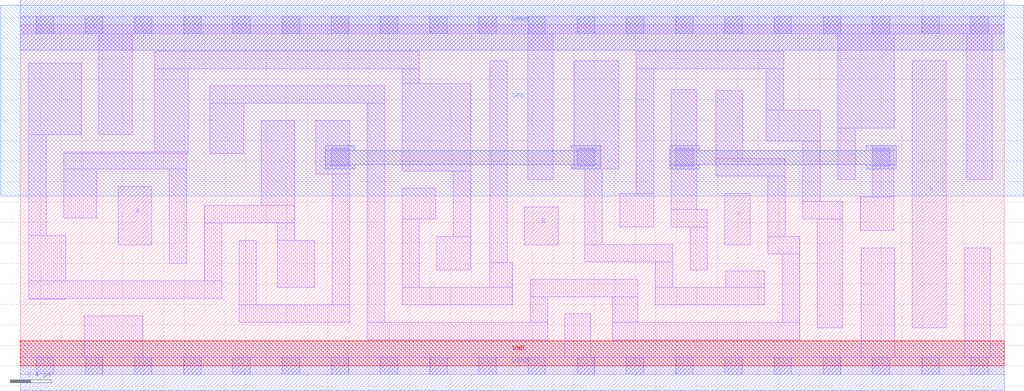
<source format=lef>
# Copyright 2020 The SkyWater PDK Authors
#
# Licensed under the Apache License, Version 2.0 (the "License");
# you may not use this file except in compliance with the License.
# You may obtain a copy of the License at
#
#     https://www.apache.org/licenses/LICENSE-2.0
#
# Unless required by applicable law or agreed to in writing, software
# distributed under the License is distributed on an "AS IS" BASIS,
# WITHOUT WARRANTIES OR CONDITIONS OF ANY KIND, either express or implied.
# See the License for the specific language governing permissions and
# limitations under the License.
#
# SPDX-License-Identifier: Apache-2.0

VERSION 5.7 ;
  NOWIREEXTENSIONATPIN ON ;
  DIVIDERCHAR "/" ;
  BUSBITCHARS "[]" ;
MACRO sky130_fd_sc_ls__xor3_2
  CLASS CORE ;
  FOREIGN sky130_fd_sc_ls__xor3_2 ;
  ORIGIN  0.000000  0.000000 ;
  SIZE  9.600000 BY  3.330000 ;
  SYMMETRY X Y ;
  SITE unit ;
  PIN A
    ANTENNAGATEAREA  0.246000 ;
    DIRECTION INPUT ;
    USE SIGNAL ;
    PORT
      LAYER li1 ;
        RECT 0.955000 1.180000 1.285000 1.750000 ;
    END
  END A
  PIN B
    ANTENNAGATEAREA  0.693000 ;
    DIRECTION INPUT ;
    USE SIGNAL ;
    PORT
      LAYER li1 ;
        RECT 4.920000 1.180000 5.250000 1.550000 ;
    END
  END B
  PIN C
    ANTENNAGATEAREA  0.381000 ;
    DIRECTION INPUT ;
    USE SIGNAL ;
    PORT
      LAYER li1 ;
        RECT 6.875000 1.180000 7.125000 1.685000 ;
    END
  END C
  PIN VNB
    PORT
      LAYER pwell ;
        RECT 0.000000 0.000000 9.600000 0.245000 ;
    END
  END VNB
  PIN VPB
    PORT
      LAYER nwell ;
        RECT -0.190000 1.660000 9.790000 3.520000 ;
    END
  END VPB
  PIN X
    ANTENNADIFFAREA  0.543200 ;
    DIRECTION OUTPUT ;
    USE SIGNAL ;
    PORT
      LAYER li1 ;
        RECT 8.705000 0.370000 9.035000 2.980000 ;
    END
  END X
  PIN VGND
    DIRECTION INOUT ;
    SHAPE ABUTMENT ;
    USE GROUND ;
    PORT
      LAYER met1 ;
        RECT 0.000000 -0.245000 9.600000 0.245000 ;
    END
  END VGND
  PIN VPWR
    DIRECTION INOUT ;
    SHAPE ABUTMENT ;
    USE POWER ;
    PORT
      LAYER met1 ;
        RECT 0.000000 3.085000 9.600000 3.575000 ;
    END
  END VPWR
  OBS
    LAYER li1 ;
      RECT 0.000000 -0.085000 9.600000 0.085000 ;
      RECT 0.000000  3.245000 9.600000 3.415000 ;
      RECT 0.085000  0.650000 0.445000 0.660000 ;
      RECT 0.085000  0.660000 1.965000 0.830000 ;
      RECT 0.085000  0.830000 0.445000 1.275000 ;
      RECT 0.085000  1.275000 0.255000 2.260000 ;
      RECT 0.085000  2.260000 0.595000 2.955000 ;
      RECT 0.425000  1.445000 0.745000 1.920000 ;
      RECT 0.425000  1.920000 1.625000 2.075000 ;
      RECT 0.425000  2.075000 1.640000 2.090000 ;
      RECT 0.625000  0.085000 1.195000 0.490000 ;
      RECT 0.765000  2.260000 1.095000 3.245000 ;
      RECT 1.310000  2.090000 1.640000 2.905000 ;
      RECT 1.310000  2.905000 3.895000 3.075000 ;
      RECT 1.455000  1.000000 1.625000 1.920000 ;
      RECT 1.795000  0.830000 1.965000 1.395000 ;
      RECT 1.795000  1.395000 2.680000 1.565000 ;
      RECT 1.850000  2.075000 2.180000 2.565000 ;
      RECT 1.850000  2.565000 3.555000 2.735000 ;
      RECT 2.135000  0.425000 3.215000 0.595000 ;
      RECT 2.135000  0.595000 2.305000 1.225000 ;
      RECT 2.350000  1.565000 2.680000 2.395000 ;
      RECT 2.510000  0.765000 2.875000 1.225000 ;
      RECT 2.510000  1.225000 2.680000 1.395000 ;
      RECT 2.885000  1.875000 3.215000 2.395000 ;
      RECT 3.045000  0.595000 3.215000 1.875000 ;
      RECT 3.385000  0.255000 5.145000 0.425000 ;
      RECT 3.385000  0.425000 3.555000 2.565000 ;
      RECT 3.725000  0.595000 4.805000 0.765000 ;
      RECT 3.725000  0.765000 3.895000 1.435000 ;
      RECT 3.725000  1.435000 4.055000 1.735000 ;
      RECT 3.725000  1.905000 4.395000 2.755000 ;
      RECT 3.725000  2.755000 3.895000 2.905000 ;
      RECT 4.065000  0.935000 4.395000 1.265000 ;
      RECT 4.225000  1.265000 4.395000 1.905000 ;
      RECT 4.580000  0.765000 4.805000 1.010000 ;
      RECT 4.580000  1.010000 4.750000 2.980000 ;
      RECT 4.950000  1.820000 5.200000 3.245000 ;
      RECT 4.975000  0.425000 5.145000 0.675000 ;
      RECT 4.975000  0.675000 6.025000 0.845000 ;
      RECT 5.315000  0.085000 5.565000 0.505000 ;
      RECT 5.405000  1.920000 5.840000 2.980000 ;
      RECT 5.510000  1.015000 6.365000 1.185000 ;
      RECT 5.510000  1.185000 5.680000 1.920000 ;
      RECT 5.775000  0.255000 7.605000 0.425000 ;
      RECT 5.775000  0.425000 6.025000 0.675000 ;
      RECT 5.850000  1.355000 6.180000 1.685000 ;
      RECT 6.010000  1.685000 6.180000 2.905000 ;
      RECT 6.010000  2.905000 7.450000 3.075000 ;
      RECT 6.195000  0.595000 7.265000 0.765000 ;
      RECT 6.195000  0.765000 6.365000 1.015000 ;
      RECT 6.350000  1.355000 6.705000 1.525000 ;
      RECT 6.350000  1.525000 6.600000 2.700000 ;
      RECT 6.535000  0.935000 6.705000 1.355000 ;
      RECT 6.785000  1.855000 7.465000 2.025000 ;
      RECT 6.785000  2.025000 7.050000 2.690000 ;
      RECT 6.885000  0.765000 7.265000 0.925000 ;
      RECT 7.280000  2.195000 7.805000 2.500000 ;
      RECT 7.280000  2.500000 7.450000 2.905000 ;
      RECT 7.295000  1.095000 7.605000 1.265000 ;
      RECT 7.295000  1.265000 7.465000 1.855000 ;
      RECT 7.435000  0.425000 7.605000 1.095000 ;
      RECT 7.635000  1.435000 8.025000 1.605000 ;
      RECT 7.635000  1.605000 7.805000 2.195000 ;
      RECT 7.775000  0.370000 8.025000 1.435000 ;
      RECT 7.975000  1.820000 8.145000 2.320000 ;
      RECT 7.975000  2.320000 8.530000 3.245000 ;
      RECT 8.195000  1.320000 8.525000 1.650000 ;
      RECT 8.205000  0.085000 8.535000 1.150000 ;
      RECT 8.315000  1.650000 8.525000 2.150000 ;
      RECT 9.215000  0.085000 9.465000 1.150000 ;
      RECT 9.235000  1.820000 9.485000 3.245000 ;
    LAYER mcon ;
      RECT 0.155000 -0.085000 0.325000 0.085000 ;
      RECT 0.155000  3.245000 0.325000 3.415000 ;
      RECT 0.635000 -0.085000 0.805000 0.085000 ;
      RECT 0.635000  3.245000 0.805000 3.415000 ;
      RECT 1.115000 -0.085000 1.285000 0.085000 ;
      RECT 1.115000  3.245000 1.285000 3.415000 ;
      RECT 1.595000 -0.085000 1.765000 0.085000 ;
      RECT 1.595000  3.245000 1.765000 3.415000 ;
      RECT 2.075000 -0.085000 2.245000 0.085000 ;
      RECT 2.075000  3.245000 2.245000 3.415000 ;
      RECT 2.555000 -0.085000 2.725000 0.085000 ;
      RECT 2.555000  3.245000 2.725000 3.415000 ;
      RECT 3.035000 -0.085000 3.205000 0.085000 ;
      RECT 3.035000  1.950000 3.205000 2.120000 ;
      RECT 3.035000  3.245000 3.205000 3.415000 ;
      RECT 3.515000 -0.085000 3.685000 0.085000 ;
      RECT 3.515000  3.245000 3.685000 3.415000 ;
      RECT 3.995000 -0.085000 4.165000 0.085000 ;
      RECT 3.995000  3.245000 4.165000 3.415000 ;
      RECT 4.475000 -0.085000 4.645000 0.085000 ;
      RECT 4.475000  3.245000 4.645000 3.415000 ;
      RECT 4.955000 -0.085000 5.125000 0.085000 ;
      RECT 4.955000  3.245000 5.125000 3.415000 ;
      RECT 5.435000 -0.085000 5.605000 0.085000 ;
      RECT 5.435000  1.950000 5.605000 2.120000 ;
      RECT 5.435000  3.245000 5.605000 3.415000 ;
      RECT 5.915000 -0.085000 6.085000 0.085000 ;
      RECT 5.915000  3.245000 6.085000 3.415000 ;
      RECT 6.395000 -0.085000 6.565000 0.085000 ;
      RECT 6.395000  1.950000 6.565000 2.120000 ;
      RECT 6.395000  3.245000 6.565000 3.415000 ;
      RECT 6.875000 -0.085000 7.045000 0.085000 ;
      RECT 6.875000  3.245000 7.045000 3.415000 ;
      RECT 7.355000 -0.085000 7.525000 0.085000 ;
      RECT 7.355000  3.245000 7.525000 3.415000 ;
      RECT 7.835000 -0.085000 8.005000 0.085000 ;
      RECT 7.835000  3.245000 8.005000 3.415000 ;
      RECT 8.315000 -0.085000 8.485000 0.085000 ;
      RECT 8.315000  1.950000 8.485000 2.120000 ;
      RECT 8.315000  3.245000 8.485000 3.415000 ;
      RECT 8.795000 -0.085000 8.965000 0.085000 ;
      RECT 8.795000  3.245000 8.965000 3.415000 ;
      RECT 9.275000 -0.085000 9.445000 0.085000 ;
      RECT 9.275000  3.245000 9.445000 3.415000 ;
    LAYER met1 ;
      RECT 2.975000 1.920000 3.265000 1.965000 ;
      RECT 2.975000 1.965000 5.665000 2.105000 ;
      RECT 2.975000 2.105000 3.265000 2.150000 ;
      RECT 5.375000 1.920000 5.665000 1.965000 ;
      RECT 5.375000 2.105000 5.665000 2.150000 ;
      RECT 6.335000 1.920000 6.625000 1.965000 ;
      RECT 6.335000 1.965000 8.545000 2.105000 ;
      RECT 6.335000 2.105000 6.625000 2.150000 ;
      RECT 8.255000 1.920000 8.545000 1.965000 ;
      RECT 8.255000 2.105000 8.545000 2.150000 ;
  END
END sky130_fd_sc_ls__xor3_2
END LIBRARY

</source>
